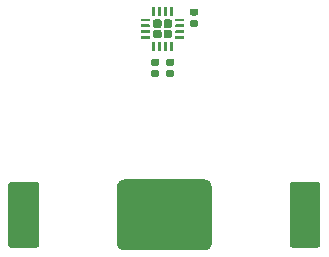
<source format=gbr>
G04 #@! TF.GenerationSoftware,KiCad,Pcbnew,(5.1.4)-1*
G04 #@! TF.CreationDate,2020-09-18T13:05:13-04:00*
G04 #@! TF.ProjectId,nRF52832_DEMO_V01,6e524635-3238-4333-925f-44454d4f5f56,rev?*
G04 #@! TF.SameCoordinates,Original*
G04 #@! TF.FileFunction,Paste,Bot*
G04 #@! TF.FilePolarity,Positive*
%FSLAX46Y46*%
G04 Gerber Fmt 4.6, Leading zero omitted, Abs format (unit mm)*
G04 Created by KiCad (PCBNEW (5.1.4)-1) date 2020-09-18 13:05:13*
%MOMM*%
%LPD*%
G04 APERTURE LIST*
%ADD10C,0.100000*%
%ADD11C,0.590000*%
%ADD12C,0.710000*%
%ADD13C,0.250000*%
%ADD14C,2.600000*%
%ADD15C,6.000000*%
G04 APERTURE END LIST*
D10*
G36*
X118919258Y-77630510D02*
G01*
X118933576Y-77632634D01*
X118947617Y-77636151D01*
X118961246Y-77641028D01*
X118974331Y-77647217D01*
X118986747Y-77654658D01*
X118998373Y-77663281D01*
X119009098Y-77673002D01*
X119018819Y-77683727D01*
X119027442Y-77695353D01*
X119034883Y-77707769D01*
X119041072Y-77720854D01*
X119045949Y-77734483D01*
X119049466Y-77748524D01*
X119051590Y-77762842D01*
X119052300Y-77777300D01*
X119052300Y-78072300D01*
X119051590Y-78086758D01*
X119049466Y-78101076D01*
X119045949Y-78115117D01*
X119041072Y-78128746D01*
X119034883Y-78141831D01*
X119027442Y-78154247D01*
X119018819Y-78165873D01*
X119009098Y-78176598D01*
X118998373Y-78186319D01*
X118986747Y-78194942D01*
X118974331Y-78202383D01*
X118961246Y-78208572D01*
X118947617Y-78213449D01*
X118933576Y-78216966D01*
X118919258Y-78219090D01*
X118904800Y-78219800D01*
X118559800Y-78219800D01*
X118545342Y-78219090D01*
X118531024Y-78216966D01*
X118516983Y-78213449D01*
X118503354Y-78208572D01*
X118490269Y-78202383D01*
X118477853Y-78194942D01*
X118466227Y-78186319D01*
X118455502Y-78176598D01*
X118445781Y-78165873D01*
X118437158Y-78154247D01*
X118429717Y-78141831D01*
X118423528Y-78128746D01*
X118418651Y-78115117D01*
X118415134Y-78101076D01*
X118413010Y-78086758D01*
X118412300Y-78072300D01*
X118412300Y-77777300D01*
X118413010Y-77762842D01*
X118415134Y-77748524D01*
X118418651Y-77734483D01*
X118423528Y-77720854D01*
X118429717Y-77707769D01*
X118437158Y-77695353D01*
X118445781Y-77683727D01*
X118455502Y-77673002D01*
X118466227Y-77663281D01*
X118477853Y-77654658D01*
X118490269Y-77647217D01*
X118503354Y-77641028D01*
X118516983Y-77636151D01*
X118531024Y-77632634D01*
X118545342Y-77630510D01*
X118559800Y-77629800D01*
X118904800Y-77629800D01*
X118919258Y-77630510D01*
X118919258Y-77630510D01*
G37*
D11*
X118732300Y-77924800D03*
D10*
G36*
X118919258Y-78600510D02*
G01*
X118933576Y-78602634D01*
X118947617Y-78606151D01*
X118961246Y-78611028D01*
X118974331Y-78617217D01*
X118986747Y-78624658D01*
X118998373Y-78633281D01*
X119009098Y-78643002D01*
X119018819Y-78653727D01*
X119027442Y-78665353D01*
X119034883Y-78677769D01*
X119041072Y-78690854D01*
X119045949Y-78704483D01*
X119049466Y-78718524D01*
X119051590Y-78732842D01*
X119052300Y-78747300D01*
X119052300Y-79042300D01*
X119051590Y-79056758D01*
X119049466Y-79071076D01*
X119045949Y-79085117D01*
X119041072Y-79098746D01*
X119034883Y-79111831D01*
X119027442Y-79124247D01*
X119018819Y-79135873D01*
X119009098Y-79146598D01*
X118998373Y-79156319D01*
X118986747Y-79164942D01*
X118974331Y-79172383D01*
X118961246Y-79178572D01*
X118947617Y-79183449D01*
X118933576Y-79186966D01*
X118919258Y-79189090D01*
X118904800Y-79189800D01*
X118559800Y-79189800D01*
X118545342Y-79189090D01*
X118531024Y-79186966D01*
X118516983Y-79183449D01*
X118503354Y-79178572D01*
X118490269Y-79172383D01*
X118477853Y-79164942D01*
X118466227Y-79156319D01*
X118455502Y-79146598D01*
X118445781Y-79135873D01*
X118437158Y-79124247D01*
X118429717Y-79111831D01*
X118423528Y-79098746D01*
X118418651Y-79085117D01*
X118415134Y-79071076D01*
X118413010Y-79056758D01*
X118412300Y-79042300D01*
X118412300Y-78747300D01*
X118413010Y-78732842D01*
X118415134Y-78718524D01*
X118418651Y-78704483D01*
X118423528Y-78690854D01*
X118429717Y-78677769D01*
X118437158Y-78665353D01*
X118445781Y-78653727D01*
X118455502Y-78643002D01*
X118466227Y-78633281D01*
X118477853Y-78624658D01*
X118490269Y-78617217D01*
X118503354Y-78611028D01*
X118516983Y-78606151D01*
X118531024Y-78602634D01*
X118545342Y-78600510D01*
X118559800Y-78599800D01*
X118904800Y-78599800D01*
X118919258Y-78600510D01*
X118919258Y-78600510D01*
G37*
D11*
X118732300Y-78894800D03*
D10*
G36*
X115617258Y-81872310D02*
G01*
X115631576Y-81874434D01*
X115645617Y-81877951D01*
X115659246Y-81882828D01*
X115672331Y-81889017D01*
X115684747Y-81896458D01*
X115696373Y-81905081D01*
X115707098Y-81914802D01*
X115716819Y-81925527D01*
X115725442Y-81937153D01*
X115732883Y-81949569D01*
X115739072Y-81962654D01*
X115743949Y-81976283D01*
X115747466Y-81990324D01*
X115749590Y-82004642D01*
X115750300Y-82019100D01*
X115750300Y-82314100D01*
X115749590Y-82328558D01*
X115747466Y-82342876D01*
X115743949Y-82356917D01*
X115739072Y-82370546D01*
X115732883Y-82383631D01*
X115725442Y-82396047D01*
X115716819Y-82407673D01*
X115707098Y-82418398D01*
X115696373Y-82428119D01*
X115684747Y-82436742D01*
X115672331Y-82444183D01*
X115659246Y-82450372D01*
X115645617Y-82455249D01*
X115631576Y-82458766D01*
X115617258Y-82460890D01*
X115602800Y-82461600D01*
X115257800Y-82461600D01*
X115243342Y-82460890D01*
X115229024Y-82458766D01*
X115214983Y-82455249D01*
X115201354Y-82450372D01*
X115188269Y-82444183D01*
X115175853Y-82436742D01*
X115164227Y-82428119D01*
X115153502Y-82418398D01*
X115143781Y-82407673D01*
X115135158Y-82396047D01*
X115127717Y-82383631D01*
X115121528Y-82370546D01*
X115116651Y-82356917D01*
X115113134Y-82342876D01*
X115111010Y-82328558D01*
X115110300Y-82314100D01*
X115110300Y-82019100D01*
X115111010Y-82004642D01*
X115113134Y-81990324D01*
X115116651Y-81976283D01*
X115121528Y-81962654D01*
X115127717Y-81949569D01*
X115135158Y-81937153D01*
X115143781Y-81925527D01*
X115153502Y-81914802D01*
X115164227Y-81905081D01*
X115175853Y-81896458D01*
X115188269Y-81889017D01*
X115201354Y-81882828D01*
X115214983Y-81877951D01*
X115229024Y-81874434D01*
X115243342Y-81872310D01*
X115257800Y-81871600D01*
X115602800Y-81871600D01*
X115617258Y-81872310D01*
X115617258Y-81872310D01*
G37*
D11*
X115430300Y-82166600D03*
D10*
G36*
X115617258Y-82842310D02*
G01*
X115631576Y-82844434D01*
X115645617Y-82847951D01*
X115659246Y-82852828D01*
X115672331Y-82859017D01*
X115684747Y-82866458D01*
X115696373Y-82875081D01*
X115707098Y-82884802D01*
X115716819Y-82895527D01*
X115725442Y-82907153D01*
X115732883Y-82919569D01*
X115739072Y-82932654D01*
X115743949Y-82946283D01*
X115747466Y-82960324D01*
X115749590Y-82974642D01*
X115750300Y-82989100D01*
X115750300Y-83284100D01*
X115749590Y-83298558D01*
X115747466Y-83312876D01*
X115743949Y-83326917D01*
X115739072Y-83340546D01*
X115732883Y-83353631D01*
X115725442Y-83366047D01*
X115716819Y-83377673D01*
X115707098Y-83388398D01*
X115696373Y-83398119D01*
X115684747Y-83406742D01*
X115672331Y-83414183D01*
X115659246Y-83420372D01*
X115645617Y-83425249D01*
X115631576Y-83428766D01*
X115617258Y-83430890D01*
X115602800Y-83431600D01*
X115257800Y-83431600D01*
X115243342Y-83430890D01*
X115229024Y-83428766D01*
X115214983Y-83425249D01*
X115201354Y-83420372D01*
X115188269Y-83414183D01*
X115175853Y-83406742D01*
X115164227Y-83398119D01*
X115153502Y-83388398D01*
X115143781Y-83377673D01*
X115135158Y-83366047D01*
X115127717Y-83353631D01*
X115121528Y-83340546D01*
X115116651Y-83326917D01*
X115113134Y-83312876D01*
X115111010Y-83298558D01*
X115110300Y-83284100D01*
X115110300Y-82989100D01*
X115111010Y-82974642D01*
X115113134Y-82960324D01*
X115116651Y-82946283D01*
X115121528Y-82932654D01*
X115127717Y-82919569D01*
X115135158Y-82907153D01*
X115143781Y-82895527D01*
X115153502Y-82884802D01*
X115164227Y-82875081D01*
X115175853Y-82866458D01*
X115188269Y-82859017D01*
X115201354Y-82852828D01*
X115214983Y-82847951D01*
X115229024Y-82844434D01*
X115243342Y-82842310D01*
X115257800Y-82841600D01*
X115602800Y-82841600D01*
X115617258Y-82842310D01*
X115617258Y-82842310D01*
G37*
D11*
X115430300Y-83136600D03*
D10*
G36*
X116887258Y-82842310D02*
G01*
X116901576Y-82844434D01*
X116915617Y-82847951D01*
X116929246Y-82852828D01*
X116942331Y-82859017D01*
X116954747Y-82866458D01*
X116966373Y-82875081D01*
X116977098Y-82884802D01*
X116986819Y-82895527D01*
X116995442Y-82907153D01*
X117002883Y-82919569D01*
X117009072Y-82932654D01*
X117013949Y-82946283D01*
X117017466Y-82960324D01*
X117019590Y-82974642D01*
X117020300Y-82989100D01*
X117020300Y-83284100D01*
X117019590Y-83298558D01*
X117017466Y-83312876D01*
X117013949Y-83326917D01*
X117009072Y-83340546D01*
X117002883Y-83353631D01*
X116995442Y-83366047D01*
X116986819Y-83377673D01*
X116977098Y-83388398D01*
X116966373Y-83398119D01*
X116954747Y-83406742D01*
X116942331Y-83414183D01*
X116929246Y-83420372D01*
X116915617Y-83425249D01*
X116901576Y-83428766D01*
X116887258Y-83430890D01*
X116872800Y-83431600D01*
X116527800Y-83431600D01*
X116513342Y-83430890D01*
X116499024Y-83428766D01*
X116484983Y-83425249D01*
X116471354Y-83420372D01*
X116458269Y-83414183D01*
X116445853Y-83406742D01*
X116434227Y-83398119D01*
X116423502Y-83388398D01*
X116413781Y-83377673D01*
X116405158Y-83366047D01*
X116397717Y-83353631D01*
X116391528Y-83340546D01*
X116386651Y-83326917D01*
X116383134Y-83312876D01*
X116381010Y-83298558D01*
X116380300Y-83284100D01*
X116380300Y-82989100D01*
X116381010Y-82974642D01*
X116383134Y-82960324D01*
X116386651Y-82946283D01*
X116391528Y-82932654D01*
X116397717Y-82919569D01*
X116405158Y-82907153D01*
X116413781Y-82895527D01*
X116423502Y-82884802D01*
X116434227Y-82875081D01*
X116445853Y-82866458D01*
X116458269Y-82859017D01*
X116471354Y-82852828D01*
X116484983Y-82847951D01*
X116499024Y-82844434D01*
X116513342Y-82842310D01*
X116527800Y-82841600D01*
X116872800Y-82841600D01*
X116887258Y-82842310D01*
X116887258Y-82842310D01*
G37*
D11*
X116700300Y-83136600D03*
D10*
G36*
X116887258Y-81872310D02*
G01*
X116901576Y-81874434D01*
X116915617Y-81877951D01*
X116929246Y-81882828D01*
X116942331Y-81889017D01*
X116954747Y-81896458D01*
X116966373Y-81905081D01*
X116977098Y-81914802D01*
X116986819Y-81925527D01*
X116995442Y-81937153D01*
X117002883Y-81949569D01*
X117009072Y-81962654D01*
X117013949Y-81976283D01*
X117017466Y-81990324D01*
X117019590Y-82004642D01*
X117020300Y-82019100D01*
X117020300Y-82314100D01*
X117019590Y-82328558D01*
X117017466Y-82342876D01*
X117013949Y-82356917D01*
X117009072Y-82370546D01*
X117002883Y-82383631D01*
X116995442Y-82396047D01*
X116986819Y-82407673D01*
X116977098Y-82418398D01*
X116966373Y-82428119D01*
X116954747Y-82436742D01*
X116942331Y-82444183D01*
X116929246Y-82450372D01*
X116915617Y-82455249D01*
X116901576Y-82458766D01*
X116887258Y-82460890D01*
X116872800Y-82461600D01*
X116527800Y-82461600D01*
X116513342Y-82460890D01*
X116499024Y-82458766D01*
X116484983Y-82455249D01*
X116471354Y-82450372D01*
X116458269Y-82444183D01*
X116445853Y-82436742D01*
X116434227Y-82428119D01*
X116423502Y-82418398D01*
X116413781Y-82407673D01*
X116405158Y-82396047D01*
X116397717Y-82383631D01*
X116391528Y-82370546D01*
X116386651Y-82356917D01*
X116383134Y-82342876D01*
X116381010Y-82328558D01*
X116380300Y-82314100D01*
X116380300Y-82019100D01*
X116381010Y-82004642D01*
X116383134Y-81990324D01*
X116386651Y-81976283D01*
X116391528Y-81962654D01*
X116397717Y-81949569D01*
X116405158Y-81937153D01*
X116413781Y-81925527D01*
X116423502Y-81914802D01*
X116434227Y-81905081D01*
X116445853Y-81896458D01*
X116458269Y-81889017D01*
X116471354Y-81882828D01*
X116484983Y-81877951D01*
X116499024Y-81874434D01*
X116513342Y-81872310D01*
X116527800Y-81871600D01*
X116872800Y-81871600D01*
X116887258Y-81872310D01*
X116887258Y-81872310D01*
G37*
D11*
X116700300Y-82166600D03*
D10*
G36*
X116700198Y-79435455D02*
G01*
X116717429Y-79438011D01*
X116734326Y-79442243D01*
X116750726Y-79448111D01*
X116766473Y-79455559D01*
X116781414Y-79464514D01*
X116795405Y-79474891D01*
X116808311Y-79486589D01*
X116820009Y-79499495D01*
X116830386Y-79513486D01*
X116839341Y-79528427D01*
X116846789Y-79544174D01*
X116852657Y-79560574D01*
X116856889Y-79577471D01*
X116859445Y-79594702D01*
X116860300Y-79612100D01*
X116860300Y-79967100D01*
X116859445Y-79984498D01*
X116856889Y-80001729D01*
X116852657Y-80018626D01*
X116846789Y-80035026D01*
X116839341Y-80050773D01*
X116830386Y-80065714D01*
X116820009Y-80079705D01*
X116808311Y-80092611D01*
X116795405Y-80104309D01*
X116781414Y-80114686D01*
X116766473Y-80123641D01*
X116750726Y-80131089D01*
X116734326Y-80136957D01*
X116717429Y-80141189D01*
X116700198Y-80143745D01*
X116682800Y-80144600D01*
X116327800Y-80144600D01*
X116310402Y-80143745D01*
X116293171Y-80141189D01*
X116276274Y-80136957D01*
X116259874Y-80131089D01*
X116244127Y-80123641D01*
X116229186Y-80114686D01*
X116215195Y-80104309D01*
X116202289Y-80092611D01*
X116190591Y-80079705D01*
X116180214Y-80065714D01*
X116171259Y-80050773D01*
X116163811Y-80035026D01*
X116157943Y-80018626D01*
X116153711Y-80001729D01*
X116151155Y-79984498D01*
X116150300Y-79967100D01*
X116150300Y-79612100D01*
X116151155Y-79594702D01*
X116153711Y-79577471D01*
X116157943Y-79560574D01*
X116163811Y-79544174D01*
X116171259Y-79528427D01*
X116180214Y-79513486D01*
X116190591Y-79499495D01*
X116202289Y-79486589D01*
X116215195Y-79474891D01*
X116229186Y-79464514D01*
X116244127Y-79455559D01*
X116259874Y-79448111D01*
X116276274Y-79442243D01*
X116293171Y-79438011D01*
X116310402Y-79435455D01*
X116327800Y-79434600D01*
X116682800Y-79434600D01*
X116700198Y-79435455D01*
X116700198Y-79435455D01*
G37*
D12*
X116505300Y-79789600D03*
D10*
G36*
X115820198Y-79435455D02*
G01*
X115837429Y-79438011D01*
X115854326Y-79442243D01*
X115870726Y-79448111D01*
X115886473Y-79455559D01*
X115901414Y-79464514D01*
X115915405Y-79474891D01*
X115928311Y-79486589D01*
X115940009Y-79499495D01*
X115950386Y-79513486D01*
X115959341Y-79528427D01*
X115966789Y-79544174D01*
X115972657Y-79560574D01*
X115976889Y-79577471D01*
X115979445Y-79594702D01*
X115980300Y-79612100D01*
X115980300Y-79967100D01*
X115979445Y-79984498D01*
X115976889Y-80001729D01*
X115972657Y-80018626D01*
X115966789Y-80035026D01*
X115959341Y-80050773D01*
X115950386Y-80065714D01*
X115940009Y-80079705D01*
X115928311Y-80092611D01*
X115915405Y-80104309D01*
X115901414Y-80114686D01*
X115886473Y-80123641D01*
X115870726Y-80131089D01*
X115854326Y-80136957D01*
X115837429Y-80141189D01*
X115820198Y-80143745D01*
X115802800Y-80144600D01*
X115447800Y-80144600D01*
X115430402Y-80143745D01*
X115413171Y-80141189D01*
X115396274Y-80136957D01*
X115379874Y-80131089D01*
X115364127Y-80123641D01*
X115349186Y-80114686D01*
X115335195Y-80104309D01*
X115322289Y-80092611D01*
X115310591Y-80079705D01*
X115300214Y-80065714D01*
X115291259Y-80050773D01*
X115283811Y-80035026D01*
X115277943Y-80018626D01*
X115273711Y-80001729D01*
X115271155Y-79984498D01*
X115270300Y-79967100D01*
X115270300Y-79612100D01*
X115271155Y-79594702D01*
X115273711Y-79577471D01*
X115277943Y-79560574D01*
X115283811Y-79544174D01*
X115291259Y-79528427D01*
X115300214Y-79513486D01*
X115310591Y-79499495D01*
X115322289Y-79486589D01*
X115335195Y-79474891D01*
X115349186Y-79464514D01*
X115364127Y-79455559D01*
X115379874Y-79448111D01*
X115396274Y-79442243D01*
X115413171Y-79438011D01*
X115430402Y-79435455D01*
X115447800Y-79434600D01*
X115802800Y-79434600D01*
X115820198Y-79435455D01*
X115820198Y-79435455D01*
G37*
D12*
X115625300Y-79789600D03*
D10*
G36*
X116700198Y-78555455D02*
G01*
X116717429Y-78558011D01*
X116734326Y-78562243D01*
X116750726Y-78568111D01*
X116766473Y-78575559D01*
X116781414Y-78584514D01*
X116795405Y-78594891D01*
X116808311Y-78606589D01*
X116820009Y-78619495D01*
X116830386Y-78633486D01*
X116839341Y-78648427D01*
X116846789Y-78664174D01*
X116852657Y-78680574D01*
X116856889Y-78697471D01*
X116859445Y-78714702D01*
X116860300Y-78732100D01*
X116860300Y-79087100D01*
X116859445Y-79104498D01*
X116856889Y-79121729D01*
X116852657Y-79138626D01*
X116846789Y-79155026D01*
X116839341Y-79170773D01*
X116830386Y-79185714D01*
X116820009Y-79199705D01*
X116808311Y-79212611D01*
X116795405Y-79224309D01*
X116781414Y-79234686D01*
X116766473Y-79243641D01*
X116750726Y-79251089D01*
X116734326Y-79256957D01*
X116717429Y-79261189D01*
X116700198Y-79263745D01*
X116682800Y-79264600D01*
X116327800Y-79264600D01*
X116310402Y-79263745D01*
X116293171Y-79261189D01*
X116276274Y-79256957D01*
X116259874Y-79251089D01*
X116244127Y-79243641D01*
X116229186Y-79234686D01*
X116215195Y-79224309D01*
X116202289Y-79212611D01*
X116190591Y-79199705D01*
X116180214Y-79185714D01*
X116171259Y-79170773D01*
X116163811Y-79155026D01*
X116157943Y-79138626D01*
X116153711Y-79121729D01*
X116151155Y-79104498D01*
X116150300Y-79087100D01*
X116150300Y-78732100D01*
X116151155Y-78714702D01*
X116153711Y-78697471D01*
X116157943Y-78680574D01*
X116163811Y-78664174D01*
X116171259Y-78648427D01*
X116180214Y-78633486D01*
X116190591Y-78619495D01*
X116202289Y-78606589D01*
X116215195Y-78594891D01*
X116229186Y-78584514D01*
X116244127Y-78575559D01*
X116259874Y-78568111D01*
X116276274Y-78562243D01*
X116293171Y-78558011D01*
X116310402Y-78555455D01*
X116327800Y-78554600D01*
X116682800Y-78554600D01*
X116700198Y-78555455D01*
X116700198Y-78555455D01*
G37*
D12*
X116505300Y-78909600D03*
D10*
G36*
X115820198Y-78555455D02*
G01*
X115837429Y-78558011D01*
X115854326Y-78562243D01*
X115870726Y-78568111D01*
X115886473Y-78575559D01*
X115901414Y-78584514D01*
X115915405Y-78594891D01*
X115928311Y-78606589D01*
X115940009Y-78619495D01*
X115950386Y-78633486D01*
X115959341Y-78648427D01*
X115966789Y-78664174D01*
X115972657Y-78680574D01*
X115976889Y-78697471D01*
X115979445Y-78714702D01*
X115980300Y-78732100D01*
X115980300Y-79087100D01*
X115979445Y-79104498D01*
X115976889Y-79121729D01*
X115972657Y-79138626D01*
X115966789Y-79155026D01*
X115959341Y-79170773D01*
X115950386Y-79185714D01*
X115940009Y-79199705D01*
X115928311Y-79212611D01*
X115915405Y-79224309D01*
X115901414Y-79234686D01*
X115886473Y-79243641D01*
X115870726Y-79251089D01*
X115854326Y-79256957D01*
X115837429Y-79261189D01*
X115820198Y-79263745D01*
X115802800Y-79264600D01*
X115447800Y-79264600D01*
X115430402Y-79263745D01*
X115413171Y-79261189D01*
X115396274Y-79256957D01*
X115379874Y-79251089D01*
X115364127Y-79243641D01*
X115349186Y-79234686D01*
X115335195Y-79224309D01*
X115322289Y-79212611D01*
X115310591Y-79199705D01*
X115300214Y-79185714D01*
X115291259Y-79170773D01*
X115283811Y-79155026D01*
X115277943Y-79138626D01*
X115273711Y-79121729D01*
X115271155Y-79104498D01*
X115270300Y-79087100D01*
X115270300Y-78732100D01*
X115271155Y-78714702D01*
X115273711Y-78697471D01*
X115277943Y-78680574D01*
X115283811Y-78664174D01*
X115291259Y-78648427D01*
X115300214Y-78633486D01*
X115310591Y-78619495D01*
X115322289Y-78606589D01*
X115335195Y-78594891D01*
X115349186Y-78584514D01*
X115364127Y-78575559D01*
X115379874Y-78568111D01*
X115396274Y-78562243D01*
X115413171Y-78558011D01*
X115430402Y-78555455D01*
X115447800Y-78554600D01*
X115802800Y-78554600D01*
X115820198Y-78555455D01*
X115820198Y-78555455D01*
G37*
D12*
X115625300Y-78909600D03*
D10*
G36*
X116883926Y-80424901D02*
G01*
X116889993Y-80425801D01*
X116895943Y-80427291D01*
X116901718Y-80429358D01*
X116907262Y-80431980D01*
X116912523Y-80435133D01*
X116917450Y-80438787D01*
X116921994Y-80442906D01*
X116926113Y-80447450D01*
X116929767Y-80452377D01*
X116932920Y-80457638D01*
X116935542Y-80463182D01*
X116937609Y-80468957D01*
X116939099Y-80474907D01*
X116939999Y-80480974D01*
X116940300Y-80487100D01*
X116940300Y-81137100D01*
X116939999Y-81143226D01*
X116939099Y-81149293D01*
X116937609Y-81155243D01*
X116935542Y-81161018D01*
X116932920Y-81166562D01*
X116929767Y-81171823D01*
X116926113Y-81176750D01*
X116921994Y-81181294D01*
X116917450Y-81185413D01*
X116912523Y-81189067D01*
X116907262Y-81192220D01*
X116901718Y-81194842D01*
X116895943Y-81196909D01*
X116889993Y-81198399D01*
X116883926Y-81199299D01*
X116877800Y-81199600D01*
X116752800Y-81199600D01*
X116746674Y-81199299D01*
X116740607Y-81198399D01*
X116734657Y-81196909D01*
X116728882Y-81194842D01*
X116723338Y-81192220D01*
X116718077Y-81189067D01*
X116713150Y-81185413D01*
X116708606Y-81181294D01*
X116704487Y-81176750D01*
X116700833Y-81171823D01*
X116697680Y-81166562D01*
X116695058Y-81161018D01*
X116692991Y-81155243D01*
X116691501Y-81149293D01*
X116690601Y-81143226D01*
X116690300Y-81137100D01*
X116690300Y-80487100D01*
X116690601Y-80480974D01*
X116691501Y-80474907D01*
X116692991Y-80468957D01*
X116695058Y-80463182D01*
X116697680Y-80457638D01*
X116700833Y-80452377D01*
X116704487Y-80447450D01*
X116708606Y-80442906D01*
X116713150Y-80438787D01*
X116718077Y-80435133D01*
X116723338Y-80431980D01*
X116728882Y-80429358D01*
X116734657Y-80427291D01*
X116740607Y-80425801D01*
X116746674Y-80424901D01*
X116752800Y-80424600D01*
X116877800Y-80424600D01*
X116883926Y-80424901D01*
X116883926Y-80424901D01*
G37*
D13*
X116815300Y-80812100D03*
D10*
G36*
X116383926Y-80424901D02*
G01*
X116389993Y-80425801D01*
X116395943Y-80427291D01*
X116401718Y-80429358D01*
X116407262Y-80431980D01*
X116412523Y-80435133D01*
X116417450Y-80438787D01*
X116421994Y-80442906D01*
X116426113Y-80447450D01*
X116429767Y-80452377D01*
X116432920Y-80457638D01*
X116435542Y-80463182D01*
X116437609Y-80468957D01*
X116439099Y-80474907D01*
X116439999Y-80480974D01*
X116440300Y-80487100D01*
X116440300Y-81137100D01*
X116439999Y-81143226D01*
X116439099Y-81149293D01*
X116437609Y-81155243D01*
X116435542Y-81161018D01*
X116432920Y-81166562D01*
X116429767Y-81171823D01*
X116426113Y-81176750D01*
X116421994Y-81181294D01*
X116417450Y-81185413D01*
X116412523Y-81189067D01*
X116407262Y-81192220D01*
X116401718Y-81194842D01*
X116395943Y-81196909D01*
X116389993Y-81198399D01*
X116383926Y-81199299D01*
X116377800Y-81199600D01*
X116252800Y-81199600D01*
X116246674Y-81199299D01*
X116240607Y-81198399D01*
X116234657Y-81196909D01*
X116228882Y-81194842D01*
X116223338Y-81192220D01*
X116218077Y-81189067D01*
X116213150Y-81185413D01*
X116208606Y-81181294D01*
X116204487Y-81176750D01*
X116200833Y-81171823D01*
X116197680Y-81166562D01*
X116195058Y-81161018D01*
X116192991Y-81155243D01*
X116191501Y-81149293D01*
X116190601Y-81143226D01*
X116190300Y-81137100D01*
X116190300Y-80487100D01*
X116190601Y-80480974D01*
X116191501Y-80474907D01*
X116192991Y-80468957D01*
X116195058Y-80463182D01*
X116197680Y-80457638D01*
X116200833Y-80452377D01*
X116204487Y-80447450D01*
X116208606Y-80442906D01*
X116213150Y-80438787D01*
X116218077Y-80435133D01*
X116223338Y-80431980D01*
X116228882Y-80429358D01*
X116234657Y-80427291D01*
X116240607Y-80425801D01*
X116246674Y-80424901D01*
X116252800Y-80424600D01*
X116377800Y-80424600D01*
X116383926Y-80424901D01*
X116383926Y-80424901D01*
G37*
D13*
X116315300Y-80812100D03*
D10*
G36*
X115883926Y-80424901D02*
G01*
X115889993Y-80425801D01*
X115895943Y-80427291D01*
X115901718Y-80429358D01*
X115907262Y-80431980D01*
X115912523Y-80435133D01*
X115917450Y-80438787D01*
X115921994Y-80442906D01*
X115926113Y-80447450D01*
X115929767Y-80452377D01*
X115932920Y-80457638D01*
X115935542Y-80463182D01*
X115937609Y-80468957D01*
X115939099Y-80474907D01*
X115939999Y-80480974D01*
X115940300Y-80487100D01*
X115940300Y-81137100D01*
X115939999Y-81143226D01*
X115939099Y-81149293D01*
X115937609Y-81155243D01*
X115935542Y-81161018D01*
X115932920Y-81166562D01*
X115929767Y-81171823D01*
X115926113Y-81176750D01*
X115921994Y-81181294D01*
X115917450Y-81185413D01*
X115912523Y-81189067D01*
X115907262Y-81192220D01*
X115901718Y-81194842D01*
X115895943Y-81196909D01*
X115889993Y-81198399D01*
X115883926Y-81199299D01*
X115877800Y-81199600D01*
X115752800Y-81199600D01*
X115746674Y-81199299D01*
X115740607Y-81198399D01*
X115734657Y-81196909D01*
X115728882Y-81194842D01*
X115723338Y-81192220D01*
X115718077Y-81189067D01*
X115713150Y-81185413D01*
X115708606Y-81181294D01*
X115704487Y-81176750D01*
X115700833Y-81171823D01*
X115697680Y-81166562D01*
X115695058Y-81161018D01*
X115692991Y-81155243D01*
X115691501Y-81149293D01*
X115690601Y-81143226D01*
X115690300Y-81137100D01*
X115690300Y-80487100D01*
X115690601Y-80480974D01*
X115691501Y-80474907D01*
X115692991Y-80468957D01*
X115695058Y-80463182D01*
X115697680Y-80457638D01*
X115700833Y-80452377D01*
X115704487Y-80447450D01*
X115708606Y-80442906D01*
X115713150Y-80438787D01*
X115718077Y-80435133D01*
X115723338Y-80431980D01*
X115728882Y-80429358D01*
X115734657Y-80427291D01*
X115740607Y-80425801D01*
X115746674Y-80424901D01*
X115752800Y-80424600D01*
X115877800Y-80424600D01*
X115883926Y-80424901D01*
X115883926Y-80424901D01*
G37*
D13*
X115815300Y-80812100D03*
D10*
G36*
X115383926Y-80424901D02*
G01*
X115389993Y-80425801D01*
X115395943Y-80427291D01*
X115401718Y-80429358D01*
X115407262Y-80431980D01*
X115412523Y-80435133D01*
X115417450Y-80438787D01*
X115421994Y-80442906D01*
X115426113Y-80447450D01*
X115429767Y-80452377D01*
X115432920Y-80457638D01*
X115435542Y-80463182D01*
X115437609Y-80468957D01*
X115439099Y-80474907D01*
X115439999Y-80480974D01*
X115440300Y-80487100D01*
X115440300Y-81137100D01*
X115439999Y-81143226D01*
X115439099Y-81149293D01*
X115437609Y-81155243D01*
X115435542Y-81161018D01*
X115432920Y-81166562D01*
X115429767Y-81171823D01*
X115426113Y-81176750D01*
X115421994Y-81181294D01*
X115417450Y-81185413D01*
X115412523Y-81189067D01*
X115407262Y-81192220D01*
X115401718Y-81194842D01*
X115395943Y-81196909D01*
X115389993Y-81198399D01*
X115383926Y-81199299D01*
X115377800Y-81199600D01*
X115252800Y-81199600D01*
X115246674Y-81199299D01*
X115240607Y-81198399D01*
X115234657Y-81196909D01*
X115228882Y-81194842D01*
X115223338Y-81192220D01*
X115218077Y-81189067D01*
X115213150Y-81185413D01*
X115208606Y-81181294D01*
X115204487Y-81176750D01*
X115200833Y-81171823D01*
X115197680Y-81166562D01*
X115195058Y-81161018D01*
X115192991Y-81155243D01*
X115191501Y-81149293D01*
X115190601Y-81143226D01*
X115190300Y-81137100D01*
X115190300Y-80487100D01*
X115190601Y-80480974D01*
X115191501Y-80474907D01*
X115192991Y-80468957D01*
X115195058Y-80463182D01*
X115197680Y-80457638D01*
X115200833Y-80452377D01*
X115204487Y-80447450D01*
X115208606Y-80442906D01*
X115213150Y-80438787D01*
X115218077Y-80435133D01*
X115223338Y-80431980D01*
X115228882Y-80429358D01*
X115234657Y-80427291D01*
X115240607Y-80425801D01*
X115246674Y-80424901D01*
X115252800Y-80424600D01*
X115377800Y-80424600D01*
X115383926Y-80424901D01*
X115383926Y-80424901D01*
G37*
D13*
X115315300Y-80812100D03*
D10*
G36*
X114933926Y-79974901D02*
G01*
X114939993Y-79975801D01*
X114945943Y-79977291D01*
X114951718Y-79979358D01*
X114957262Y-79981980D01*
X114962523Y-79985133D01*
X114967450Y-79988787D01*
X114971994Y-79992906D01*
X114976113Y-79997450D01*
X114979767Y-80002377D01*
X114982920Y-80007638D01*
X114985542Y-80013182D01*
X114987609Y-80018957D01*
X114989099Y-80024907D01*
X114989999Y-80030974D01*
X114990300Y-80037100D01*
X114990300Y-80162100D01*
X114989999Y-80168226D01*
X114989099Y-80174293D01*
X114987609Y-80180243D01*
X114985542Y-80186018D01*
X114982920Y-80191562D01*
X114979767Y-80196823D01*
X114976113Y-80201750D01*
X114971994Y-80206294D01*
X114967450Y-80210413D01*
X114962523Y-80214067D01*
X114957262Y-80217220D01*
X114951718Y-80219842D01*
X114945943Y-80221909D01*
X114939993Y-80223399D01*
X114933926Y-80224299D01*
X114927800Y-80224600D01*
X114277800Y-80224600D01*
X114271674Y-80224299D01*
X114265607Y-80223399D01*
X114259657Y-80221909D01*
X114253882Y-80219842D01*
X114248338Y-80217220D01*
X114243077Y-80214067D01*
X114238150Y-80210413D01*
X114233606Y-80206294D01*
X114229487Y-80201750D01*
X114225833Y-80196823D01*
X114222680Y-80191562D01*
X114220058Y-80186018D01*
X114217991Y-80180243D01*
X114216501Y-80174293D01*
X114215601Y-80168226D01*
X114215300Y-80162100D01*
X114215300Y-80037100D01*
X114215601Y-80030974D01*
X114216501Y-80024907D01*
X114217991Y-80018957D01*
X114220058Y-80013182D01*
X114222680Y-80007638D01*
X114225833Y-80002377D01*
X114229487Y-79997450D01*
X114233606Y-79992906D01*
X114238150Y-79988787D01*
X114243077Y-79985133D01*
X114248338Y-79981980D01*
X114253882Y-79979358D01*
X114259657Y-79977291D01*
X114265607Y-79975801D01*
X114271674Y-79974901D01*
X114277800Y-79974600D01*
X114927800Y-79974600D01*
X114933926Y-79974901D01*
X114933926Y-79974901D01*
G37*
D13*
X114602800Y-80099600D03*
D10*
G36*
X114933926Y-79474901D02*
G01*
X114939993Y-79475801D01*
X114945943Y-79477291D01*
X114951718Y-79479358D01*
X114957262Y-79481980D01*
X114962523Y-79485133D01*
X114967450Y-79488787D01*
X114971994Y-79492906D01*
X114976113Y-79497450D01*
X114979767Y-79502377D01*
X114982920Y-79507638D01*
X114985542Y-79513182D01*
X114987609Y-79518957D01*
X114989099Y-79524907D01*
X114989999Y-79530974D01*
X114990300Y-79537100D01*
X114990300Y-79662100D01*
X114989999Y-79668226D01*
X114989099Y-79674293D01*
X114987609Y-79680243D01*
X114985542Y-79686018D01*
X114982920Y-79691562D01*
X114979767Y-79696823D01*
X114976113Y-79701750D01*
X114971994Y-79706294D01*
X114967450Y-79710413D01*
X114962523Y-79714067D01*
X114957262Y-79717220D01*
X114951718Y-79719842D01*
X114945943Y-79721909D01*
X114939993Y-79723399D01*
X114933926Y-79724299D01*
X114927800Y-79724600D01*
X114277800Y-79724600D01*
X114271674Y-79724299D01*
X114265607Y-79723399D01*
X114259657Y-79721909D01*
X114253882Y-79719842D01*
X114248338Y-79717220D01*
X114243077Y-79714067D01*
X114238150Y-79710413D01*
X114233606Y-79706294D01*
X114229487Y-79701750D01*
X114225833Y-79696823D01*
X114222680Y-79691562D01*
X114220058Y-79686018D01*
X114217991Y-79680243D01*
X114216501Y-79674293D01*
X114215601Y-79668226D01*
X114215300Y-79662100D01*
X114215300Y-79537100D01*
X114215601Y-79530974D01*
X114216501Y-79524907D01*
X114217991Y-79518957D01*
X114220058Y-79513182D01*
X114222680Y-79507638D01*
X114225833Y-79502377D01*
X114229487Y-79497450D01*
X114233606Y-79492906D01*
X114238150Y-79488787D01*
X114243077Y-79485133D01*
X114248338Y-79481980D01*
X114253882Y-79479358D01*
X114259657Y-79477291D01*
X114265607Y-79475801D01*
X114271674Y-79474901D01*
X114277800Y-79474600D01*
X114927800Y-79474600D01*
X114933926Y-79474901D01*
X114933926Y-79474901D01*
G37*
D13*
X114602800Y-79599600D03*
D10*
G36*
X114933926Y-78974901D02*
G01*
X114939993Y-78975801D01*
X114945943Y-78977291D01*
X114951718Y-78979358D01*
X114957262Y-78981980D01*
X114962523Y-78985133D01*
X114967450Y-78988787D01*
X114971994Y-78992906D01*
X114976113Y-78997450D01*
X114979767Y-79002377D01*
X114982920Y-79007638D01*
X114985542Y-79013182D01*
X114987609Y-79018957D01*
X114989099Y-79024907D01*
X114989999Y-79030974D01*
X114990300Y-79037100D01*
X114990300Y-79162100D01*
X114989999Y-79168226D01*
X114989099Y-79174293D01*
X114987609Y-79180243D01*
X114985542Y-79186018D01*
X114982920Y-79191562D01*
X114979767Y-79196823D01*
X114976113Y-79201750D01*
X114971994Y-79206294D01*
X114967450Y-79210413D01*
X114962523Y-79214067D01*
X114957262Y-79217220D01*
X114951718Y-79219842D01*
X114945943Y-79221909D01*
X114939993Y-79223399D01*
X114933926Y-79224299D01*
X114927800Y-79224600D01*
X114277800Y-79224600D01*
X114271674Y-79224299D01*
X114265607Y-79223399D01*
X114259657Y-79221909D01*
X114253882Y-79219842D01*
X114248338Y-79217220D01*
X114243077Y-79214067D01*
X114238150Y-79210413D01*
X114233606Y-79206294D01*
X114229487Y-79201750D01*
X114225833Y-79196823D01*
X114222680Y-79191562D01*
X114220058Y-79186018D01*
X114217991Y-79180243D01*
X114216501Y-79174293D01*
X114215601Y-79168226D01*
X114215300Y-79162100D01*
X114215300Y-79037100D01*
X114215601Y-79030974D01*
X114216501Y-79024907D01*
X114217991Y-79018957D01*
X114220058Y-79013182D01*
X114222680Y-79007638D01*
X114225833Y-79002377D01*
X114229487Y-78997450D01*
X114233606Y-78992906D01*
X114238150Y-78988787D01*
X114243077Y-78985133D01*
X114248338Y-78981980D01*
X114253882Y-78979358D01*
X114259657Y-78977291D01*
X114265607Y-78975801D01*
X114271674Y-78974901D01*
X114277800Y-78974600D01*
X114927800Y-78974600D01*
X114933926Y-78974901D01*
X114933926Y-78974901D01*
G37*
D13*
X114602800Y-79099600D03*
D10*
G36*
X114933926Y-78474901D02*
G01*
X114939993Y-78475801D01*
X114945943Y-78477291D01*
X114951718Y-78479358D01*
X114957262Y-78481980D01*
X114962523Y-78485133D01*
X114967450Y-78488787D01*
X114971994Y-78492906D01*
X114976113Y-78497450D01*
X114979767Y-78502377D01*
X114982920Y-78507638D01*
X114985542Y-78513182D01*
X114987609Y-78518957D01*
X114989099Y-78524907D01*
X114989999Y-78530974D01*
X114990300Y-78537100D01*
X114990300Y-78662100D01*
X114989999Y-78668226D01*
X114989099Y-78674293D01*
X114987609Y-78680243D01*
X114985542Y-78686018D01*
X114982920Y-78691562D01*
X114979767Y-78696823D01*
X114976113Y-78701750D01*
X114971994Y-78706294D01*
X114967450Y-78710413D01*
X114962523Y-78714067D01*
X114957262Y-78717220D01*
X114951718Y-78719842D01*
X114945943Y-78721909D01*
X114939993Y-78723399D01*
X114933926Y-78724299D01*
X114927800Y-78724600D01*
X114277800Y-78724600D01*
X114271674Y-78724299D01*
X114265607Y-78723399D01*
X114259657Y-78721909D01*
X114253882Y-78719842D01*
X114248338Y-78717220D01*
X114243077Y-78714067D01*
X114238150Y-78710413D01*
X114233606Y-78706294D01*
X114229487Y-78701750D01*
X114225833Y-78696823D01*
X114222680Y-78691562D01*
X114220058Y-78686018D01*
X114217991Y-78680243D01*
X114216501Y-78674293D01*
X114215601Y-78668226D01*
X114215300Y-78662100D01*
X114215300Y-78537100D01*
X114215601Y-78530974D01*
X114216501Y-78524907D01*
X114217991Y-78518957D01*
X114220058Y-78513182D01*
X114222680Y-78507638D01*
X114225833Y-78502377D01*
X114229487Y-78497450D01*
X114233606Y-78492906D01*
X114238150Y-78488787D01*
X114243077Y-78485133D01*
X114248338Y-78481980D01*
X114253882Y-78479358D01*
X114259657Y-78477291D01*
X114265607Y-78475801D01*
X114271674Y-78474901D01*
X114277800Y-78474600D01*
X114927800Y-78474600D01*
X114933926Y-78474901D01*
X114933926Y-78474901D01*
G37*
D13*
X114602800Y-78599600D03*
D10*
G36*
X115383926Y-77499901D02*
G01*
X115389993Y-77500801D01*
X115395943Y-77502291D01*
X115401718Y-77504358D01*
X115407262Y-77506980D01*
X115412523Y-77510133D01*
X115417450Y-77513787D01*
X115421994Y-77517906D01*
X115426113Y-77522450D01*
X115429767Y-77527377D01*
X115432920Y-77532638D01*
X115435542Y-77538182D01*
X115437609Y-77543957D01*
X115439099Y-77549907D01*
X115439999Y-77555974D01*
X115440300Y-77562100D01*
X115440300Y-78212100D01*
X115439999Y-78218226D01*
X115439099Y-78224293D01*
X115437609Y-78230243D01*
X115435542Y-78236018D01*
X115432920Y-78241562D01*
X115429767Y-78246823D01*
X115426113Y-78251750D01*
X115421994Y-78256294D01*
X115417450Y-78260413D01*
X115412523Y-78264067D01*
X115407262Y-78267220D01*
X115401718Y-78269842D01*
X115395943Y-78271909D01*
X115389993Y-78273399D01*
X115383926Y-78274299D01*
X115377800Y-78274600D01*
X115252800Y-78274600D01*
X115246674Y-78274299D01*
X115240607Y-78273399D01*
X115234657Y-78271909D01*
X115228882Y-78269842D01*
X115223338Y-78267220D01*
X115218077Y-78264067D01*
X115213150Y-78260413D01*
X115208606Y-78256294D01*
X115204487Y-78251750D01*
X115200833Y-78246823D01*
X115197680Y-78241562D01*
X115195058Y-78236018D01*
X115192991Y-78230243D01*
X115191501Y-78224293D01*
X115190601Y-78218226D01*
X115190300Y-78212100D01*
X115190300Y-77562100D01*
X115190601Y-77555974D01*
X115191501Y-77549907D01*
X115192991Y-77543957D01*
X115195058Y-77538182D01*
X115197680Y-77532638D01*
X115200833Y-77527377D01*
X115204487Y-77522450D01*
X115208606Y-77517906D01*
X115213150Y-77513787D01*
X115218077Y-77510133D01*
X115223338Y-77506980D01*
X115228882Y-77504358D01*
X115234657Y-77502291D01*
X115240607Y-77500801D01*
X115246674Y-77499901D01*
X115252800Y-77499600D01*
X115377800Y-77499600D01*
X115383926Y-77499901D01*
X115383926Y-77499901D01*
G37*
D13*
X115315300Y-77887100D03*
D10*
G36*
X115883926Y-77499901D02*
G01*
X115889993Y-77500801D01*
X115895943Y-77502291D01*
X115901718Y-77504358D01*
X115907262Y-77506980D01*
X115912523Y-77510133D01*
X115917450Y-77513787D01*
X115921994Y-77517906D01*
X115926113Y-77522450D01*
X115929767Y-77527377D01*
X115932920Y-77532638D01*
X115935542Y-77538182D01*
X115937609Y-77543957D01*
X115939099Y-77549907D01*
X115939999Y-77555974D01*
X115940300Y-77562100D01*
X115940300Y-78212100D01*
X115939999Y-78218226D01*
X115939099Y-78224293D01*
X115937609Y-78230243D01*
X115935542Y-78236018D01*
X115932920Y-78241562D01*
X115929767Y-78246823D01*
X115926113Y-78251750D01*
X115921994Y-78256294D01*
X115917450Y-78260413D01*
X115912523Y-78264067D01*
X115907262Y-78267220D01*
X115901718Y-78269842D01*
X115895943Y-78271909D01*
X115889993Y-78273399D01*
X115883926Y-78274299D01*
X115877800Y-78274600D01*
X115752800Y-78274600D01*
X115746674Y-78274299D01*
X115740607Y-78273399D01*
X115734657Y-78271909D01*
X115728882Y-78269842D01*
X115723338Y-78267220D01*
X115718077Y-78264067D01*
X115713150Y-78260413D01*
X115708606Y-78256294D01*
X115704487Y-78251750D01*
X115700833Y-78246823D01*
X115697680Y-78241562D01*
X115695058Y-78236018D01*
X115692991Y-78230243D01*
X115691501Y-78224293D01*
X115690601Y-78218226D01*
X115690300Y-78212100D01*
X115690300Y-77562100D01*
X115690601Y-77555974D01*
X115691501Y-77549907D01*
X115692991Y-77543957D01*
X115695058Y-77538182D01*
X115697680Y-77532638D01*
X115700833Y-77527377D01*
X115704487Y-77522450D01*
X115708606Y-77517906D01*
X115713150Y-77513787D01*
X115718077Y-77510133D01*
X115723338Y-77506980D01*
X115728882Y-77504358D01*
X115734657Y-77502291D01*
X115740607Y-77500801D01*
X115746674Y-77499901D01*
X115752800Y-77499600D01*
X115877800Y-77499600D01*
X115883926Y-77499901D01*
X115883926Y-77499901D01*
G37*
D13*
X115815300Y-77887100D03*
D10*
G36*
X116383926Y-77499901D02*
G01*
X116389993Y-77500801D01*
X116395943Y-77502291D01*
X116401718Y-77504358D01*
X116407262Y-77506980D01*
X116412523Y-77510133D01*
X116417450Y-77513787D01*
X116421994Y-77517906D01*
X116426113Y-77522450D01*
X116429767Y-77527377D01*
X116432920Y-77532638D01*
X116435542Y-77538182D01*
X116437609Y-77543957D01*
X116439099Y-77549907D01*
X116439999Y-77555974D01*
X116440300Y-77562100D01*
X116440300Y-78212100D01*
X116439999Y-78218226D01*
X116439099Y-78224293D01*
X116437609Y-78230243D01*
X116435542Y-78236018D01*
X116432920Y-78241562D01*
X116429767Y-78246823D01*
X116426113Y-78251750D01*
X116421994Y-78256294D01*
X116417450Y-78260413D01*
X116412523Y-78264067D01*
X116407262Y-78267220D01*
X116401718Y-78269842D01*
X116395943Y-78271909D01*
X116389993Y-78273399D01*
X116383926Y-78274299D01*
X116377800Y-78274600D01*
X116252800Y-78274600D01*
X116246674Y-78274299D01*
X116240607Y-78273399D01*
X116234657Y-78271909D01*
X116228882Y-78269842D01*
X116223338Y-78267220D01*
X116218077Y-78264067D01*
X116213150Y-78260413D01*
X116208606Y-78256294D01*
X116204487Y-78251750D01*
X116200833Y-78246823D01*
X116197680Y-78241562D01*
X116195058Y-78236018D01*
X116192991Y-78230243D01*
X116191501Y-78224293D01*
X116190601Y-78218226D01*
X116190300Y-78212100D01*
X116190300Y-77562100D01*
X116190601Y-77555974D01*
X116191501Y-77549907D01*
X116192991Y-77543957D01*
X116195058Y-77538182D01*
X116197680Y-77532638D01*
X116200833Y-77527377D01*
X116204487Y-77522450D01*
X116208606Y-77517906D01*
X116213150Y-77513787D01*
X116218077Y-77510133D01*
X116223338Y-77506980D01*
X116228882Y-77504358D01*
X116234657Y-77502291D01*
X116240607Y-77500801D01*
X116246674Y-77499901D01*
X116252800Y-77499600D01*
X116377800Y-77499600D01*
X116383926Y-77499901D01*
X116383926Y-77499901D01*
G37*
D13*
X116315300Y-77887100D03*
D10*
G36*
X116883926Y-77499901D02*
G01*
X116889993Y-77500801D01*
X116895943Y-77502291D01*
X116901718Y-77504358D01*
X116907262Y-77506980D01*
X116912523Y-77510133D01*
X116917450Y-77513787D01*
X116921994Y-77517906D01*
X116926113Y-77522450D01*
X116929767Y-77527377D01*
X116932920Y-77532638D01*
X116935542Y-77538182D01*
X116937609Y-77543957D01*
X116939099Y-77549907D01*
X116939999Y-77555974D01*
X116940300Y-77562100D01*
X116940300Y-78212100D01*
X116939999Y-78218226D01*
X116939099Y-78224293D01*
X116937609Y-78230243D01*
X116935542Y-78236018D01*
X116932920Y-78241562D01*
X116929767Y-78246823D01*
X116926113Y-78251750D01*
X116921994Y-78256294D01*
X116917450Y-78260413D01*
X116912523Y-78264067D01*
X116907262Y-78267220D01*
X116901718Y-78269842D01*
X116895943Y-78271909D01*
X116889993Y-78273399D01*
X116883926Y-78274299D01*
X116877800Y-78274600D01*
X116752800Y-78274600D01*
X116746674Y-78274299D01*
X116740607Y-78273399D01*
X116734657Y-78271909D01*
X116728882Y-78269842D01*
X116723338Y-78267220D01*
X116718077Y-78264067D01*
X116713150Y-78260413D01*
X116708606Y-78256294D01*
X116704487Y-78251750D01*
X116700833Y-78246823D01*
X116697680Y-78241562D01*
X116695058Y-78236018D01*
X116692991Y-78230243D01*
X116691501Y-78224293D01*
X116690601Y-78218226D01*
X116690300Y-78212100D01*
X116690300Y-77562100D01*
X116690601Y-77555974D01*
X116691501Y-77549907D01*
X116692991Y-77543957D01*
X116695058Y-77538182D01*
X116697680Y-77532638D01*
X116700833Y-77527377D01*
X116704487Y-77522450D01*
X116708606Y-77517906D01*
X116713150Y-77513787D01*
X116718077Y-77510133D01*
X116723338Y-77506980D01*
X116728882Y-77504358D01*
X116734657Y-77502291D01*
X116740607Y-77500801D01*
X116746674Y-77499901D01*
X116752800Y-77499600D01*
X116877800Y-77499600D01*
X116883926Y-77499901D01*
X116883926Y-77499901D01*
G37*
D13*
X116815300Y-77887100D03*
D10*
G36*
X117858926Y-78474901D02*
G01*
X117864993Y-78475801D01*
X117870943Y-78477291D01*
X117876718Y-78479358D01*
X117882262Y-78481980D01*
X117887523Y-78485133D01*
X117892450Y-78488787D01*
X117896994Y-78492906D01*
X117901113Y-78497450D01*
X117904767Y-78502377D01*
X117907920Y-78507638D01*
X117910542Y-78513182D01*
X117912609Y-78518957D01*
X117914099Y-78524907D01*
X117914999Y-78530974D01*
X117915300Y-78537100D01*
X117915300Y-78662100D01*
X117914999Y-78668226D01*
X117914099Y-78674293D01*
X117912609Y-78680243D01*
X117910542Y-78686018D01*
X117907920Y-78691562D01*
X117904767Y-78696823D01*
X117901113Y-78701750D01*
X117896994Y-78706294D01*
X117892450Y-78710413D01*
X117887523Y-78714067D01*
X117882262Y-78717220D01*
X117876718Y-78719842D01*
X117870943Y-78721909D01*
X117864993Y-78723399D01*
X117858926Y-78724299D01*
X117852800Y-78724600D01*
X117202800Y-78724600D01*
X117196674Y-78724299D01*
X117190607Y-78723399D01*
X117184657Y-78721909D01*
X117178882Y-78719842D01*
X117173338Y-78717220D01*
X117168077Y-78714067D01*
X117163150Y-78710413D01*
X117158606Y-78706294D01*
X117154487Y-78701750D01*
X117150833Y-78696823D01*
X117147680Y-78691562D01*
X117145058Y-78686018D01*
X117142991Y-78680243D01*
X117141501Y-78674293D01*
X117140601Y-78668226D01*
X117140300Y-78662100D01*
X117140300Y-78537100D01*
X117140601Y-78530974D01*
X117141501Y-78524907D01*
X117142991Y-78518957D01*
X117145058Y-78513182D01*
X117147680Y-78507638D01*
X117150833Y-78502377D01*
X117154487Y-78497450D01*
X117158606Y-78492906D01*
X117163150Y-78488787D01*
X117168077Y-78485133D01*
X117173338Y-78481980D01*
X117178882Y-78479358D01*
X117184657Y-78477291D01*
X117190607Y-78475801D01*
X117196674Y-78474901D01*
X117202800Y-78474600D01*
X117852800Y-78474600D01*
X117858926Y-78474901D01*
X117858926Y-78474901D01*
G37*
D13*
X117527800Y-78599600D03*
D10*
G36*
X117858926Y-78974901D02*
G01*
X117864993Y-78975801D01*
X117870943Y-78977291D01*
X117876718Y-78979358D01*
X117882262Y-78981980D01*
X117887523Y-78985133D01*
X117892450Y-78988787D01*
X117896994Y-78992906D01*
X117901113Y-78997450D01*
X117904767Y-79002377D01*
X117907920Y-79007638D01*
X117910542Y-79013182D01*
X117912609Y-79018957D01*
X117914099Y-79024907D01*
X117914999Y-79030974D01*
X117915300Y-79037100D01*
X117915300Y-79162100D01*
X117914999Y-79168226D01*
X117914099Y-79174293D01*
X117912609Y-79180243D01*
X117910542Y-79186018D01*
X117907920Y-79191562D01*
X117904767Y-79196823D01*
X117901113Y-79201750D01*
X117896994Y-79206294D01*
X117892450Y-79210413D01*
X117887523Y-79214067D01*
X117882262Y-79217220D01*
X117876718Y-79219842D01*
X117870943Y-79221909D01*
X117864993Y-79223399D01*
X117858926Y-79224299D01*
X117852800Y-79224600D01*
X117202800Y-79224600D01*
X117196674Y-79224299D01*
X117190607Y-79223399D01*
X117184657Y-79221909D01*
X117178882Y-79219842D01*
X117173338Y-79217220D01*
X117168077Y-79214067D01*
X117163150Y-79210413D01*
X117158606Y-79206294D01*
X117154487Y-79201750D01*
X117150833Y-79196823D01*
X117147680Y-79191562D01*
X117145058Y-79186018D01*
X117142991Y-79180243D01*
X117141501Y-79174293D01*
X117140601Y-79168226D01*
X117140300Y-79162100D01*
X117140300Y-79037100D01*
X117140601Y-79030974D01*
X117141501Y-79024907D01*
X117142991Y-79018957D01*
X117145058Y-79013182D01*
X117147680Y-79007638D01*
X117150833Y-79002377D01*
X117154487Y-78997450D01*
X117158606Y-78992906D01*
X117163150Y-78988787D01*
X117168077Y-78985133D01*
X117173338Y-78981980D01*
X117178882Y-78979358D01*
X117184657Y-78977291D01*
X117190607Y-78975801D01*
X117196674Y-78974901D01*
X117202800Y-78974600D01*
X117852800Y-78974600D01*
X117858926Y-78974901D01*
X117858926Y-78974901D01*
G37*
D13*
X117527800Y-79099600D03*
D10*
G36*
X117858926Y-79474901D02*
G01*
X117864993Y-79475801D01*
X117870943Y-79477291D01*
X117876718Y-79479358D01*
X117882262Y-79481980D01*
X117887523Y-79485133D01*
X117892450Y-79488787D01*
X117896994Y-79492906D01*
X117901113Y-79497450D01*
X117904767Y-79502377D01*
X117907920Y-79507638D01*
X117910542Y-79513182D01*
X117912609Y-79518957D01*
X117914099Y-79524907D01*
X117914999Y-79530974D01*
X117915300Y-79537100D01*
X117915300Y-79662100D01*
X117914999Y-79668226D01*
X117914099Y-79674293D01*
X117912609Y-79680243D01*
X117910542Y-79686018D01*
X117907920Y-79691562D01*
X117904767Y-79696823D01*
X117901113Y-79701750D01*
X117896994Y-79706294D01*
X117892450Y-79710413D01*
X117887523Y-79714067D01*
X117882262Y-79717220D01*
X117876718Y-79719842D01*
X117870943Y-79721909D01*
X117864993Y-79723399D01*
X117858926Y-79724299D01*
X117852800Y-79724600D01*
X117202800Y-79724600D01*
X117196674Y-79724299D01*
X117190607Y-79723399D01*
X117184657Y-79721909D01*
X117178882Y-79719842D01*
X117173338Y-79717220D01*
X117168077Y-79714067D01*
X117163150Y-79710413D01*
X117158606Y-79706294D01*
X117154487Y-79701750D01*
X117150833Y-79696823D01*
X117147680Y-79691562D01*
X117145058Y-79686018D01*
X117142991Y-79680243D01*
X117141501Y-79674293D01*
X117140601Y-79668226D01*
X117140300Y-79662100D01*
X117140300Y-79537100D01*
X117140601Y-79530974D01*
X117141501Y-79524907D01*
X117142991Y-79518957D01*
X117145058Y-79513182D01*
X117147680Y-79507638D01*
X117150833Y-79502377D01*
X117154487Y-79497450D01*
X117158606Y-79492906D01*
X117163150Y-79488787D01*
X117168077Y-79485133D01*
X117173338Y-79481980D01*
X117178882Y-79479358D01*
X117184657Y-79477291D01*
X117190607Y-79475801D01*
X117196674Y-79474901D01*
X117202800Y-79474600D01*
X117852800Y-79474600D01*
X117858926Y-79474901D01*
X117858926Y-79474901D01*
G37*
D13*
X117527800Y-79599600D03*
D10*
G36*
X117858926Y-79974901D02*
G01*
X117864993Y-79975801D01*
X117870943Y-79977291D01*
X117876718Y-79979358D01*
X117882262Y-79981980D01*
X117887523Y-79985133D01*
X117892450Y-79988787D01*
X117896994Y-79992906D01*
X117901113Y-79997450D01*
X117904767Y-80002377D01*
X117907920Y-80007638D01*
X117910542Y-80013182D01*
X117912609Y-80018957D01*
X117914099Y-80024907D01*
X117914999Y-80030974D01*
X117915300Y-80037100D01*
X117915300Y-80162100D01*
X117914999Y-80168226D01*
X117914099Y-80174293D01*
X117912609Y-80180243D01*
X117910542Y-80186018D01*
X117907920Y-80191562D01*
X117904767Y-80196823D01*
X117901113Y-80201750D01*
X117896994Y-80206294D01*
X117892450Y-80210413D01*
X117887523Y-80214067D01*
X117882262Y-80217220D01*
X117876718Y-80219842D01*
X117870943Y-80221909D01*
X117864993Y-80223399D01*
X117858926Y-80224299D01*
X117852800Y-80224600D01*
X117202800Y-80224600D01*
X117196674Y-80224299D01*
X117190607Y-80223399D01*
X117184657Y-80221909D01*
X117178882Y-80219842D01*
X117173338Y-80217220D01*
X117168077Y-80214067D01*
X117163150Y-80210413D01*
X117158606Y-80206294D01*
X117154487Y-80201750D01*
X117150833Y-80196823D01*
X117147680Y-80191562D01*
X117145058Y-80186018D01*
X117142991Y-80180243D01*
X117141501Y-80174293D01*
X117140601Y-80168226D01*
X117140300Y-80162100D01*
X117140300Y-80037100D01*
X117140601Y-80030974D01*
X117141501Y-80024907D01*
X117142991Y-80018957D01*
X117145058Y-80013182D01*
X117147680Y-80007638D01*
X117150833Y-80002377D01*
X117154487Y-79997450D01*
X117158606Y-79992906D01*
X117163150Y-79988787D01*
X117168077Y-79985133D01*
X117173338Y-79981980D01*
X117178882Y-79979358D01*
X117184657Y-79977291D01*
X117190607Y-79975801D01*
X117196674Y-79974901D01*
X117202800Y-79974600D01*
X117852800Y-79974600D01*
X117858926Y-79974901D01*
X117858926Y-79974901D01*
G37*
D13*
X117527800Y-80099600D03*
D10*
G36*
X105383284Y-92318852D02*
G01*
X105408523Y-92322596D01*
X105433274Y-92328796D01*
X105457298Y-92337391D01*
X105480363Y-92348300D01*
X105502248Y-92361418D01*
X105522742Y-92376617D01*
X105541648Y-92393752D01*
X105558783Y-92412658D01*
X105573982Y-92433152D01*
X105587100Y-92455037D01*
X105598009Y-92478102D01*
X105606604Y-92502126D01*
X105612804Y-92526877D01*
X105616548Y-92552116D01*
X105617800Y-92577600D01*
X105617800Y-97617600D01*
X105616548Y-97643084D01*
X105612804Y-97668323D01*
X105606604Y-97693074D01*
X105598009Y-97717098D01*
X105587100Y-97740163D01*
X105573982Y-97762048D01*
X105558783Y-97782542D01*
X105541648Y-97801448D01*
X105522742Y-97818583D01*
X105502248Y-97833782D01*
X105480363Y-97846900D01*
X105457298Y-97857809D01*
X105433274Y-97866404D01*
X105408523Y-97872604D01*
X105383284Y-97876348D01*
X105357800Y-97877600D01*
X103277800Y-97877600D01*
X103252316Y-97876348D01*
X103227077Y-97872604D01*
X103202326Y-97866404D01*
X103178302Y-97857809D01*
X103155237Y-97846900D01*
X103133352Y-97833782D01*
X103112858Y-97818583D01*
X103093952Y-97801448D01*
X103076817Y-97782542D01*
X103061618Y-97762048D01*
X103048500Y-97740163D01*
X103037591Y-97717098D01*
X103028996Y-97693074D01*
X103022796Y-97668323D01*
X103019052Y-97643084D01*
X103017800Y-97617600D01*
X103017800Y-92577600D01*
X103019052Y-92552116D01*
X103022796Y-92526877D01*
X103028996Y-92502126D01*
X103037591Y-92478102D01*
X103048500Y-92455037D01*
X103061618Y-92433152D01*
X103076817Y-92412658D01*
X103093952Y-92393752D01*
X103112858Y-92376617D01*
X103133352Y-92361418D01*
X103155237Y-92348300D01*
X103178302Y-92337391D01*
X103202326Y-92328796D01*
X103227077Y-92322596D01*
X103252316Y-92318852D01*
X103277800Y-92317600D01*
X105357800Y-92317600D01*
X105383284Y-92318852D01*
X105383284Y-92318852D01*
G37*
D14*
X104317800Y-95097600D03*
D10*
G36*
X129193284Y-92318852D02*
G01*
X129218523Y-92322596D01*
X129243274Y-92328796D01*
X129267298Y-92337391D01*
X129290363Y-92348300D01*
X129312248Y-92361418D01*
X129332742Y-92376617D01*
X129351648Y-92393752D01*
X129368783Y-92412658D01*
X129383982Y-92433152D01*
X129397100Y-92455037D01*
X129408009Y-92478102D01*
X129416604Y-92502126D01*
X129422804Y-92526877D01*
X129426548Y-92552116D01*
X129427800Y-92577600D01*
X129427800Y-97617600D01*
X129426548Y-97643084D01*
X129422804Y-97668323D01*
X129416604Y-97693074D01*
X129408009Y-97717098D01*
X129397100Y-97740163D01*
X129383982Y-97762048D01*
X129368783Y-97782542D01*
X129351648Y-97801448D01*
X129332742Y-97818583D01*
X129312248Y-97833782D01*
X129290363Y-97846900D01*
X129267298Y-97857809D01*
X129243274Y-97866404D01*
X129218523Y-97872604D01*
X129193284Y-97876348D01*
X129167800Y-97877600D01*
X127087800Y-97877600D01*
X127062316Y-97876348D01*
X127037077Y-97872604D01*
X127012326Y-97866404D01*
X126988302Y-97857809D01*
X126965237Y-97846900D01*
X126943352Y-97833782D01*
X126922858Y-97818583D01*
X126903952Y-97801448D01*
X126886817Y-97782542D01*
X126871618Y-97762048D01*
X126858500Y-97740163D01*
X126847591Y-97717098D01*
X126838996Y-97693074D01*
X126832796Y-97668323D01*
X126829052Y-97643084D01*
X126827800Y-97617600D01*
X126827800Y-92577600D01*
X126829052Y-92552116D01*
X126832796Y-92526877D01*
X126838996Y-92502126D01*
X126847591Y-92478102D01*
X126858500Y-92455037D01*
X126871618Y-92433152D01*
X126886817Y-92412658D01*
X126903952Y-92393752D01*
X126922858Y-92376617D01*
X126943352Y-92361418D01*
X126965237Y-92348300D01*
X126988302Y-92337391D01*
X127012326Y-92328796D01*
X127037077Y-92322596D01*
X127062316Y-92318852D01*
X127087800Y-92317600D01*
X129167800Y-92317600D01*
X129193284Y-92318852D01*
X129193284Y-92318852D01*
G37*
D14*
X128127800Y-95097600D03*
D10*
G36*
X119681610Y-92100489D02*
G01*
X119739854Y-92109129D01*
X119796971Y-92123436D01*
X119852410Y-92143272D01*
X119905638Y-92168447D01*
X119956142Y-92198718D01*
X120003436Y-92233794D01*
X120047064Y-92273336D01*
X120086606Y-92316964D01*
X120121682Y-92364258D01*
X120151953Y-92414762D01*
X120177128Y-92467990D01*
X120196964Y-92523429D01*
X120211271Y-92580546D01*
X120219911Y-92638790D01*
X120222800Y-92697600D01*
X120222800Y-97497600D01*
X120219911Y-97556410D01*
X120211271Y-97614654D01*
X120196964Y-97671771D01*
X120177128Y-97727210D01*
X120151953Y-97780438D01*
X120121682Y-97830942D01*
X120086606Y-97878236D01*
X120047064Y-97921864D01*
X120003436Y-97961406D01*
X119956142Y-97996482D01*
X119905638Y-98026753D01*
X119852410Y-98051928D01*
X119796971Y-98071764D01*
X119739854Y-98086071D01*
X119681610Y-98094711D01*
X119622800Y-98097600D01*
X112822800Y-98097600D01*
X112763990Y-98094711D01*
X112705746Y-98086071D01*
X112648629Y-98071764D01*
X112593190Y-98051928D01*
X112539962Y-98026753D01*
X112489458Y-97996482D01*
X112442164Y-97961406D01*
X112398536Y-97921864D01*
X112358994Y-97878236D01*
X112323918Y-97830942D01*
X112293647Y-97780438D01*
X112268472Y-97727210D01*
X112248636Y-97671771D01*
X112234329Y-97614654D01*
X112225689Y-97556410D01*
X112222800Y-97497600D01*
X112222800Y-92697600D01*
X112225689Y-92638790D01*
X112234329Y-92580546D01*
X112248636Y-92523429D01*
X112268472Y-92467990D01*
X112293647Y-92414762D01*
X112323918Y-92364258D01*
X112358994Y-92316964D01*
X112398536Y-92273336D01*
X112442164Y-92233794D01*
X112489458Y-92198718D01*
X112539962Y-92168447D01*
X112593190Y-92143272D01*
X112648629Y-92123436D01*
X112705746Y-92109129D01*
X112763990Y-92100489D01*
X112822800Y-92097600D01*
X119622800Y-92097600D01*
X119681610Y-92100489D01*
X119681610Y-92100489D01*
G37*
D15*
X116222800Y-95097600D03*
M02*

</source>
